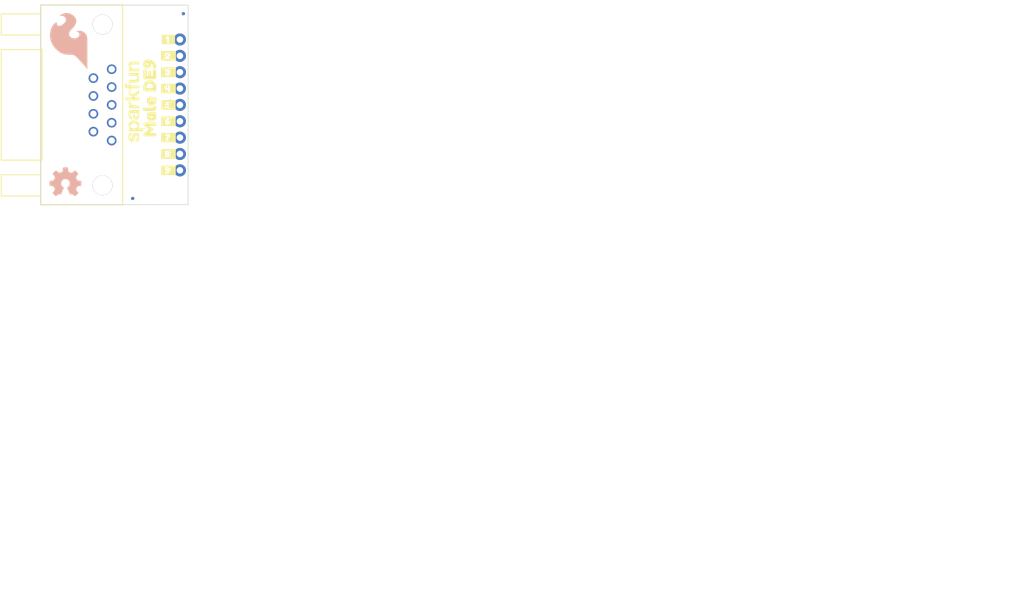
<source format=kicad_pcb>
(kicad_pcb (version 20241229) (generator "pcbnew") (generator_version "9.0")
  (title_block (title "SparkFun Product (Qwiic)") (rev "v10") (company "SparkFun") (comment 1 "Designed by: You"))
  (layers (0 "F.Cu" signal) (4 "In1.Cu" signal "L2.Cu") (6 "In2.Cu" signal "L3.Cu") (2 "B.Cu" signal) (13 "F.Paste" user) (15 "B.Paste" user) (5 "F.SilkS" user "F.Silkscreen") (7 "B.SilkS" user "B.Silkscreen") (1 "F.Mask" user) (3 "B.Mask" user) (25 "Edge.Cuts" user))
  (net 0 "")
  (net 1 "/2")
  (net 2 "/4")
  (net 3 "/1")
  (net 4 "/5")
  (net 5 "/6")
  (net 6 "/8")
  (net 7 "/3")
  (net 8 "/9")
  (net 9 "/7")
  (footprint "kibuzzard-67DB37C8" (layer "F.Cu") (at 126.365 110.49 90)
    (property "Reference" "kibuzzard-67DB37C8" (hide yes))
    (property "Value" "G***" (hide yes))
  )
  (footprint "SparkFun-Aesthetic:Creative_Commons_License" (layer "F.Cu") (at 215.265 168.91)
    (property "Reference" "G3" (hide yes))
    (property "Value" "OSHW_Logo" (hide yes))
  )
  (footprint "kibuzzard-67D496DD" (layer "F.Cu") (at 129.286 111.252)
    (property "Reference" "kibuzzard-67D496DD" (hide yes))
    (property "Value" "G***" (hide yes))
  )
  (footprint "SparkFun-Aesthetic:SparkFun_Logo_NoFlame_12.5mm" (layer "F.Cu") (at 123.825 108.585 90)
    (property "Reference" "G***" (hide yes))
    (property "Value" "LOGO" (hide yes))
  )
  (footprint "kibuzzard-67D496EA" (layer "F.Cu") (at 129.286 116.332)
    (property "Reference" "kibuzzard-67D496EA" (hide yes))
    (property "Value" "G***" (hide yes))
  )
  (footprint "kibuzzard-67D496F6" (layer "F.Cu") (at 129.286 118.872)
    (property "Reference" "kibuzzard-67D496F6" (hide yes))
    (property "Value" "G***" (hide yes))
  )
  (footprint "SparkFun-Aesthetic:Fiducial_0.5mm_Mask1mm" (layer "F.Cu") (at 131.604 94.536)
    (property "Reference" "FID1")
    (property "Value" "Fiducial_0.5mm")
    (pad "" smd circle (at 0 0) (size 0.5 0.5) (layers "F.Cu" "F.Mask") (clearance 0.25))
  )
  (footprint "kibuzzard-67D49838" (layer "F.Cu") (at 126.365 104.14 90)
    (property "Reference" "kibuzzard-67D49838" (hide yes))
    (property "Value" "G***" (hide yes))
  )
  (footprint "kibuzzard-67D49687" (layer "F.Cu") (at 129.286 98.552)
    (property "Reference" "kibuzzard-67D49687" (hide yes))
    (property "Value" "G***" (hide yes))
  )
  (footprint "kibuzzard-67D496E4" (layer "F.Cu") (at 129.286 113.792)
    (property "Reference" "kibuzzard-67D496E4" (hide yes))
    (property "Value" "G***" (hide yes))
  )
  (footprint "DE9-Footprint:DB9" (layer "F.Cu") (at 109.547948 108.707 90)
    (property "Reference" "J1" (at 0.2 19.6 90) (layer "F.SilkS"))
    (property "Value" "DE9-Male")
    (pad "1" thru_hole circle (at 5.539999 10.919998 90) (size 1.4986 1.4986) (drill 0.9906) (layers "*.Cu" "*.Mask") (net 3 "/1"))
    (pad "2" thru_hole circle (at 2.77 10.919998 90) (size 1.4986 1.4986) (drill 0.9906) (layers "*.Cu" "*.Mask") (net 1 "/2"))
    (pad "3" thru_hole circle (at 0 10.919998 90) (size 1.4986 1.4986) (drill 0.9906) (layers "*.Cu" "*.Mask") (net 7 "/3"))
    (pad "4" thru_hole circle (at -2.77 10.919998 90) (size 1.4986 1.4986) (drill 0.9906) (layers "*.Cu" "*.Mask") (net 2 "/4"))
    (pad "5" thru_hole circle (at -5.539999 10.919998 90) (size 1.4986 1.4986) (drill 0.9906) (layers "*.Cu" "*.Mask") (net 4 "/5"))
    (pad "6" thru_hole circle (at 4.155001 8.079999 90) (size 1.4986 1.4986) (drill 0.9906) (layers "*.Cu" "*.Mask") (net 5 "/6"))
    (pad "7" thru_hole circle (at 1.385001 8.079999 90) (size 1.4986 1.4986) (drill 0.9906) (layers "*.Cu" "*.Mask") (net 9 "/7"))
    (pad "8" thru_hole circle (at -1.384998 8.079999 90) (size 1.4986 1.4986) (drill 0.9906) (layers "*.Cu" "*.Mask") (net 6 "/8"))
    (pad "9" thru_hole circle (at -4.154998 8.079999 90) (size 1.4986 1.4986) (drill 0.9906) (layers "*.Cu" "*.Mask") (net 8 "/9"))
    (pad "10" thru_hole circle (at -12.495 9.499998 90) (size 3.048 3.048) (drill 3.048) (layers "*.Cu" "*.Mask"))
    (pad "11" thru_hole circle (at 12.495 9.499998 90) (size 3.048 3.048) (drill 3.048) (layers "*.Cu" "*.Mask"))
  )
  (footprint "SparkFun-Hardware:Standoff" (layer "F.Cu") (at 127.254 95.25)
    (property "Reference" "ST1")
    (property "Value" "Stand_off")
    (pad "" np_thru_hole circle (at 0 0) (size 3.1 3.1) (drill 3.1) (layers "F&B.Cu" "*.Mask"))
  )
  (footprint "SparkFun-Aesthetic:Fiducial_0.5mm_Mask1mm" (layer "F.Cu") (at 123.73 123.238)
    (property "Reference" "FID2")
    (property "Value" "Fiducial_0.5mm")
    (pad "" smd circle (at 0 0) (size 0.5 0.5) (layers "F.Cu" "F.Mask") (clearance 0.25))
  )
  (footprint "kibuzzard-67D496C7" (layer "F.Cu") (at 129.286 103.632)
    (property "Reference" "kibuzzard-67D496C7" (hide yes))
    (property "Value" "G***" (hide yes))
  )
  (footprint "kibuzzard-67D496CD" (layer "F.Cu") (at 129.286 106.172)
    (property "Reference" "kibuzzard-67D496CD" (hide yes))
    (property "Value" "G***" (hide yes))
  )
  (footprint "kibuzzard-67D496D5" (layer "F.Cu") (at 129.286 108.712)
    (property "Reference" "kibuzzard-67D496D5" (hide yes))
    (property "Value" "G***" (hide yes))
  )
  (footprint "kibuzzard-67D496B8" (layer "F.Cu") (at 129.286 101.092)
    (property "Reference" "kibuzzard-67D496B8" (hide yes))
    (property "Value" "G***" (hide yes))
  )
  (footprint "SparkFun-Hardware:Standoff" (layer "F.Cu") (at 127.254 122.174)
    (property "Reference" "ST2")
    (property "Value" "Stand_off")
    (pad "" np_thru_hole circle (at 0 0) (size 3.1 3.1) (drill 3.1) (layers "F&B.Cu" "*.Mask"))
  )
  (footprint "SparkFun-Aesthetic:OSHW_Logo_5mm" (layer "B.Cu") (at 113.284 120.904 180)
    (property "Reference" "Ref**" (hide yes))
    (property "Value" "Val**" (hide yes))
  )
  (footprint "SparkFun-Connector:1x09" (layer "B.Cu") (at 131.064 98.552 -90)
    (property "Reference" "J2")
    (property "Value" "Conn_01x09")
    (pad "1" thru_hole circle (at 0 0 180) (size 1.8796 1.8796) (drill 1.016) (layers "*.Cu" "*.Mask") (net 3 "/1"))
    (pad "2" thru_hole circle (at 2.54 0 180) (size 1.8796 1.8796) (drill 1.016) (layers "*.Cu" "*.Mask") (net 1 "/2"))
    (pad "3" thru_hole circle (at 5.08 0 180) (size 1.8796 1.8796) (drill 1.016) (layers "*.Cu" "*.Mask") (net 7 "/3"))
    (pad "4" thru_hole circle (at 7.62 0 180) (size 1.8796 1.8796) (drill 1.016) (layers "*.Cu" "*.Mask") (net 2 "/4"))
    (pad "5" thru_hole circle (at 10.16 0 180) (size 1.8796 1.8796) (drill 1.016) (layers "*.Cu" "*.Mask") (net 4 "/5"))
    (pad "6" thru_hole circle (at 12.7 0 180) (size 1.8796 1.8796) (drill 1.016) (layers "*.Cu" "*.Mask") (net 5 "/6"))
    (pad "7" thru_hole circle (at 15.24 0 180) (size 1.8796 1.8796) (drill 1.016) (layers "*.Cu" "*.Mask") (net 9 "/7"))
    (pad "8" thru_hole circle (at 17.78 0 180) (size 1.8796 1.8796) (drill 1.016) (layers "*.Cu" "*.Mask") (net 6 "/8"))
    (pad "9" thru_hole circle (at 20.32 0 180) (size 1.8796 1.8796) (drill 1.016) (layers "*.Cu" "*.Mask") (net 8 "/9"))
  )
  (footprint "SparkFun-Aesthetic:SparkFun_Flame_9mm" (layer "B.Cu") (at 113.792 98.806 180)
    (property "Reference" "G***" (hide yes))
    (property "Value" "Flame" (hide yes))
  )
  (footprint "SparkFun-Aesthetic:Fiducial_0.5mm_Mask1mm" (layer "B.Cu") (at 123.73 123.238)
    (property "Reference" "FID4")
    (property "Value" "Fiducial_0.5mm")
    (pad "" smd circle (at 0 0) (size 0.5 0.5) (layers "B.Cu" "B.Mask") (clearance 0.25))
  )
  (footprint "SparkFun-Aesthetic:Fiducial_0.5mm_Mask1mm" (layer "B.Cu") (at 131.604 94.536)
    (property "Reference" "FID3")
    (property "Value" "Fiducial_0.5mm")
    (pad "" smd circle (at 0 0) (size 0.5 0.5) (layers "B.Cu" "B.Mask") (clearance 0.25))
  )
  (gr_rect (start 109.474 93.218) (end 132.336 124.206) (stroke (width 0.1)) (fill no) (layer "Edge.Cuts"))
)
</source>
